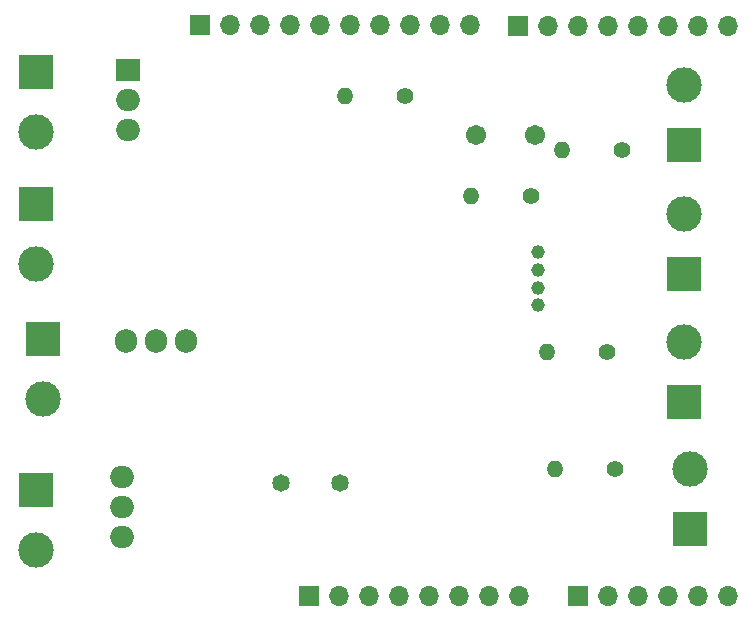
<source format=gbs>
%TF.GenerationSoftware,KiCad,Pcbnew,(6.0.2)*%
%TF.CreationDate,2024-04-01T14:50:51-05:00*%
%TF.ProjectId,Security_Mat,53656375-7269-4747-995f-4d61742e6b69,rev?*%
%TF.SameCoordinates,Original*%
%TF.FileFunction,Soldermask,Bot*%
%TF.FilePolarity,Negative*%
%FSLAX46Y46*%
G04 Gerber Fmt 4.6, Leading zero omitted, Abs format (unit mm)*
G04 Created by KiCad (PCBNEW (6.0.2)) date 2024-04-01 14:50:51*
%MOMM*%
%LPD*%
G01*
G04 APERTURE LIST*
%ADD10C,1.400000*%
%ADD11O,1.400000X1.400000*%
%ADD12R,3.000000X3.000000*%
%ADD13C,3.000000*%
%ADD14R,1.700000X1.700000*%
%ADD15O,1.700000X1.700000*%
%ADD16O,2.000000X1.905000*%
%ADD17C,1.712000*%
%ADD18R,2.000000X1.905000*%
%ADD19C,1.170000*%
%ADD20C,1.484000*%
%ADD21O,1.905000X2.000000*%
G04 APERTURE END LIST*
D10*
%TO.C,R6*%
X155067000Y-76835000D03*
D11*
X149987000Y-76835000D03*
%TD*%
D12*
%TO.C,J9*%
X113157000Y-101727000D03*
D13*
X113157000Y-106807000D03*
%TD*%
D14*
%TO.C,J8*%
X153990000Y-62390000D03*
D15*
X156530000Y-62390000D03*
X159070000Y-62390000D03*
X161610000Y-62390000D03*
X164150000Y-62390000D03*
X166690000Y-62390000D03*
X169230000Y-62390000D03*
X171770000Y-62390000D03*
%TD*%
D10*
%TO.C,R3*%
X162814000Y-72898000D03*
D11*
X157734000Y-72898000D03*
%TD*%
D10*
%TO.C,R7*%
X144399000Y-68326000D03*
D11*
X139319000Y-68326000D03*
%TD*%
D16*
%TO.C,Q2*%
X120467000Y-100584000D03*
X120467000Y-103124000D03*
X120467000Y-105664000D03*
%TD*%
D12*
%TO.C,J2*%
X168021000Y-83439000D03*
D13*
X168021000Y-78359000D03*
%TD*%
D12*
%TO.C,J3*%
X168021000Y-94234000D03*
D13*
X168021000Y-89154000D03*
%TD*%
D14*
%TO.C,J7*%
X127100000Y-62350000D03*
D15*
X129640000Y-62350000D03*
X132180000Y-62350000D03*
X134720000Y-62350000D03*
X137260000Y-62350000D03*
X139800000Y-62350000D03*
X142340000Y-62350000D03*
X144880000Y-62350000D03*
X147420000Y-62350000D03*
X149960000Y-62350000D03*
%TD*%
D14*
%TO.C,J5*%
X136300000Y-110700000D03*
D15*
X138840000Y-110700000D03*
X141380000Y-110700000D03*
X143920000Y-110700000D03*
X146460000Y-110700000D03*
X149000000Y-110700000D03*
X151540000Y-110700000D03*
X154080000Y-110700000D03*
%TD*%
D10*
%TO.C,R4*%
X161544000Y-90043000D03*
D11*
X156464000Y-90043000D03*
%TD*%
D17*
%TO.C,SW1*%
X150408000Y-71628000D03*
X155408000Y-71628000D03*
%TD*%
D18*
%TO.C,Q3*%
X120975000Y-66167000D03*
D16*
X120975000Y-68707000D03*
X120975000Y-71247000D03*
%TD*%
D14*
%TO.C,J6*%
X159070000Y-110650000D03*
D15*
X161610000Y-110650000D03*
X164150000Y-110650000D03*
X166690000Y-110650000D03*
X169230000Y-110650000D03*
X171770000Y-110650000D03*
%TD*%
D12*
%TO.C,J1*%
X168021000Y-72517000D03*
D13*
X168021000Y-67437000D03*
%TD*%
D19*
%TO.C,U1*%
X155644000Y-81570000D03*
X155644000Y-83070000D03*
X155644000Y-84570000D03*
X155644000Y-86070000D03*
%TD*%
D12*
%TO.C,J10*%
X113157000Y-66294000D03*
D13*
X113157000Y-71374000D03*
%TD*%
D10*
%TO.C,R5*%
X162179000Y-99949000D03*
D11*
X157099000Y-99949000D03*
%TD*%
D20*
%TO.C,LS1*%
X138898000Y-101092000D03*
X133898000Y-101092000D03*
%TD*%
D12*
%TO.C,J11*%
X113157000Y-77470000D03*
D13*
X113157000Y-82550000D03*
%TD*%
D12*
%TO.C,J4*%
X168529000Y-105029000D03*
D13*
X168529000Y-99949000D03*
%TD*%
D12*
%TO.C,J12*%
X113792000Y-88900000D03*
D13*
X113792000Y-93980000D03*
%TD*%
D21*
%TO.C,Q1*%
X120777000Y-89083000D03*
X123317000Y-89083000D03*
X125857000Y-89083000D03*
%TD*%
M02*

</source>
